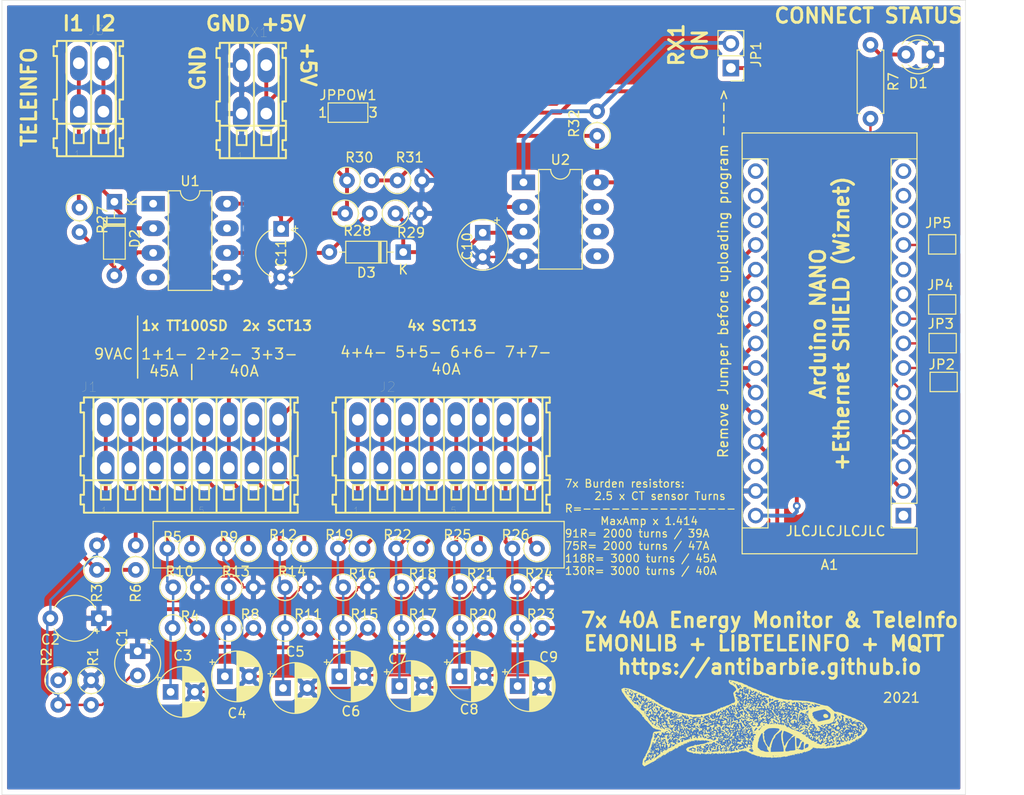
<source format=kicad_pcb>
(kicad_pcb (version 20171130) (host pcbnew 5.1.8-db9833491~88~ubuntu18.04.1)
  (layers (0 F.Cu signal) (31 B.Cu signal) (34 B.Paste user) (35 F.Paste user) (36 B.SilkS user) (37 F.SilkS user) (38 B.Mask user) (39 F.Mask user) (44 Edge.Cuts user))
  (net 0 "")
  (net 1 Earth)
  (net 2 "Net-(A1-Pad6)")
  (net 3 "Net-(A1-Pad7)")
  (net 4 "Net-(A1-Pad8)")
  (net 5 "Net-(A1-Pad9)")
  (net 6 +5V)
  (net 7 "Net-(A1-Pad12)")
  (net 8 "Net-(D1-Pad2)")
  (net 9 "Net-(A1-Pad30)")
  (net 10 A7)
  (net 11 A6)
  (net 12 A5)
  (net 13 A4)
  (net 14 A3)
  (net 15 A2)
  (net 16 A1)
  (net 17 A0)
  (net 18 "Net-(A1-Pad2)")
  (net 19 "Net-(C1-Pad2)")
  (net 20 "Net-(C3-Pad1)")
  (net 21 "Net-(C4-Pad1)")
  (net 22 "Net-(C5-Pad1)")
  (net 23 "Net-(C6-Pad1)")
  (net 24 "Net-(C7-Pad1)")
  (net 25 "Net-(C8-Pad1)")
  (net 26 "Net-(C9-Pad1)")
  (net 27 "Net-(C10-Pad1)")
  (net 28 "Net-(D2-Pad2)")
  (net 29 "Net-(D2-Pad1)")
  (net 30 "Net-(D3-Pad2)")
  (net 31 RX2)
  (net 32 "Net-(JPPOW1-Pad2)")
  (net 33 "Net-(R30-Pad2)")
  (net 34 "Net-(J1-PadA2)")
  (net 35 "Net-(J3-PadA1)")
  (module _Extra_footprints:shark (layer F.Cu) (at 195 134.8)
    (fp_text reference G*** hide)
    (fp_text value LOGO hide)
  )
  (module Diode_THT:D_DO-35_SOD27_P7.62mm_Horizontal (layer F.Cu) (at 130 81 270)
    (fp_text reference D2 (at 3.81 -2.12 90) (layer F.SilkS))
    (fp_text value 1N4148)
    (fp_text user K (at 0 -1.8 90) (layer F.SilkS))
    (pad 2 thru_hole oval (at 7.62 0 270) (size 1.6 1.6) (drill 0.8) (layers *.Cu *.Mask) (net 28 "Net-(D2-Pad2)"))
    (pad 1 thru_hole rect (at 0 0 270) (size 1.6 1.6) (drill 0.8) (layers *.Cu *.Mask) (net 29 "Net-(D2-Pad1)"))
  )
  (module Capacitor_THT:CP_Radial_D5.0mm_P2.50mm (layer F.Cu) (at 171.6 131)
    (fp_text reference C9 (at 3.2 -3) (layer F.SilkS))
    (fp_text value 10µF)
    (pad 2 thru_hole circle (at 2.5 0) (size 1.6 1.6) (drill 0.8) (layers *.Cu *.Mask) (net 1 Earth))
    (pad 1 thru_hole rect (at 0 0) (size 1.6 1.6) (drill 0.8) (layers *.Cu *.Mask) (net 26 "Net-(C9-Pad1)"))
  )
  (module Capacitor_THT:CP_Radial_D5.0mm_P2.50mm (layer F.Cu) (at 165.6 130)
    (fp_text reference C8 (at 1 3.4) (layer F.SilkS))
    (fp_text value 10µF)
    (pad 2 thru_hole circle (at 2.5 0) (size 1.6 1.6) (drill 0.8) (layers *.Cu *.Mask) (net 1 Earth))
    (pad 1 thru_hole rect (at 0 0) (size 1.6 1.6) (drill 0.8) (layers *.Cu *.Mask) (net 25 "Net-(C8-Pad1)"))
  )
  (module Capacitor_THT:CP_Radial_D5.0mm_P2.50mm (layer F.Cu) (at 159.4 131)
    (fp_text reference C7 (at -0.2 -2.8) (layer F.SilkS))
    (fp_text value 10µF)
    (pad 2 thru_hole circle (at 2.5 0) (size 1.6 1.6) (drill 0.8) (layers *.Cu *.Mask) (net 1 Earth))
    (pad 1 thru_hole rect (at 0 0) (size 1.6 1.6) (drill 0.8) (layers *.Cu *.Mask) (net 24 "Net-(C7-Pad1)"))
  )
  (module Capacitor_THT:CP_Radial_D5.0mm_P2.50mm (layer F.Cu) (at 153.2 130)
    (fp_text reference C6 (at 1.2 3.6) (layer F.SilkS))
    (fp_text value 10µF)
    (pad 2 thru_hole circle (at 2.5 0) (size 1.6 1.6) (drill 0.8) (layers *.Cu *.Mask) (net 1 Earth))
    (pad 1 thru_hole rect (at 0 0) (size 1.6 1.6) (drill 0.8) (layers *.Cu *.Mask) (net 23 "Net-(C6-Pad1)"))
  )
  (module Capacitor_THT:CP_Radial_D5.0mm_P2.50mm (layer F.Cu) (at 147.4 131.2)
    (fp_text reference C5 (at 1.25 -3.75) (layer F.SilkS))
    (fp_text value 10µF)
    (pad 2 thru_hole circle (at 2.5 0) (size 1.6 1.6) (drill 0.8) (layers *.Cu *.Mask) (net 1 Earth))
    (pad 1 thru_hole rect (at 0 0) (size 1.6 1.6) (drill 0.8) (layers *.Cu *.Mask) (net 22 "Net-(C5-Pad1)"))
  )
  (module Capacitor_THT:CP_Radial_D5.0mm_P2.50mm (layer F.Cu) (at 141.4 130)
    (fp_text reference C4 (at 1.25 3.8) (layer F.SilkS))
    (fp_text value 10µF)
    (pad 2 thru_hole circle (at 2.5 0) (size 1.6 1.6) (drill 0.8) (layers *.Cu *.Mask) (net 1 Earth))
    (pad 1 thru_hole rect (at 0 0) (size 1.6 1.6) (drill 0.8) (layers *.Cu *.Mask) (net 21 "Net-(C4-Pad1)"))
  )
  (module Capacitor_THT:CP_Radial_D5.0mm_P2.50mm (layer F.Cu) (at 135.8 131.6)
    (fp_text reference C3 (at 1.25 -3.75) (layer F.SilkS))
    (fp_text value 10µF)
    (pad 2 thru_hole circle (at 2.5 0) (size 1.6 1.6) (drill 0.8) (layers *.Cu *.Mask) (net 1 Earth))
    (pad 1 thru_hole rect (at 0 0) (size 1.6 1.6) (drill 0.8) (layers *.Cu *.Mask) (net 20 "Net-(C3-Pad1)"))
  )
  (module Diode_THT:D_DO-35_SOD27_P7.62mm_Horizontal (layer F.Cu) (at 159.8 86.2 180)
    (fp_text reference D3 (at 3.81 -2.12) (layer F.SilkS))
    (fp_text value 1N4148)
    (fp_text user K (at 0 -1.8) (layer F.SilkS))
    (pad 2 thru_hole oval (at 7.62 0 180) (size 1.6 1.6) (drill 0.8) (layers *.Cu *.Mask) (net 30 "Net-(D3-Pad2)"))
    (pad 1 thru_hole rect (at 0 0 180) (size 1.6 1.6) (drill 0.8) (layers *.Cu *.Mask) (net 27 "Net-(C10-Pad1)"))
  )
  (module _Extra_footprints:233-502 (layer F.Cu) (at 144.4 69.4)
    (fp_text reference X1 (at 0.535 -5.885) (layer F.SilkS) (effects (font (thickness 0.015))))
    (fp_text value "0V - 5V")
    (fp_text user 1 (at -1.42 6.85) (layer F.SilkS) (effects (font (size 0.64 0.64) (thickness 0.015))))
    (pad B2 thru_hole oval (at 1.27 2.5) (size 1.8 3.6) (drill 1.2) (layers *.Cu *.Mask) (net 32 "Net-(JPPOW1-Pad2)"))
    (pad A2 thru_hole oval (at 1.27 -2.5) (size 1.8 3.6) (drill 1.2) (layers *.Cu *.Mask) (net 32 "Net-(JPPOW1-Pad2)"))
    (pad B1 thru_hole oval (at -1.27 2.5) (size 1.8 3.6) (drill 1.2) (layers *.Cu *.Mask) (net 1 Earth))
    (pad A1 thru_hole oval (at -1.27 -2.5) (size 1.8 3.6) (drill 1.2) (layers *.Cu *.Mask) (net 1 Earth))
  )
  (module Package_DIP:DIP-8_W7.62mm_LongPads (layer F.Cu) (at 172.2 79)
    (fp_text reference U2 (at 3.81 -2.33) (layer F.SilkS))
    (fp_text value LM293P)
    (pad 8 thru_hole oval (at 7.62 0) (size 2.4 1.6) (drill 0.8) (layers *.Cu *.Mask) (net 6 +5V))
    (pad 4 thru_hole oval (at 0 7.62) (size 2.4 1.6) (drill 0.8) (layers *.Cu *.Mask) (net 1 Earth))
    (pad 7 thru_hole oval (at 7.62 2.54) (size 2.4 1.6) (drill 0.8) (layers *.Cu *.Mask))
    (pad 3 thru_hole oval (at 0 5.08) (size 2.4 1.6) (drill 0.8) (layers *.Cu *.Mask) (net 27 "Net-(C10-Pad1)"))
    (pad 6 thru_hole oval (at 7.62 5.08) (size 2.4 1.6) (drill 0.8) (layers *.Cu *.Mask))
    (pad 2 thru_hole oval (at 0 2.54) (size 2.4 1.6) (drill 0.8) (layers *.Cu *.Mask) (net 33 "Net-(R30-Pad2)"))
    (pad 5 thru_hole oval (at 7.62 7.62) (size 2.4 1.6) (drill 0.8) (layers *.Cu *.Mask))
    (pad 1 thru_hole rect (at 0 0) (size 2.4 1.6) (drill 0.8) (layers *.Cu *.Mask) (net 31 RX2))
  )
  (module Package_DIP:DIP-8_W7.62mm_LongPads (layer F.Cu) (at 134 81.2)
    (fp_text reference U1 (at 3.81 -2.33) (layer F.SilkS))
    (fp_text value 6N138)
    (pad 8 thru_hole oval (at 7.62 0) (size 2.4 1.6) (drill 0.8) (layers *.Cu *.Mask) (net 6 +5V))
    (pad 4 thru_hole oval (at 0 7.62) (size 2.4 1.6) (drill 0.8) (layers *.Cu *.Mask))
    (pad 7 thru_hole oval (at 7.62 2.54) (size 2.4 1.6) (drill 0.8) (layers *.Cu *.Mask))
    (pad 3 thru_hole oval (at 0 5.08) (size 2.4 1.6) (drill 0.8) (layers *.Cu *.Mask) (net 28 "Net-(D2-Pad2)"))
    (pad 6 thru_hole oval (at 7.62 5.08) (size 2.4 1.6) (drill 0.8) (layers *.Cu *.Mask) (net 30 "Net-(D3-Pad2)"))
    (pad 2 thru_hole oval (at 0 2.54) (size 2.4 1.6) (drill 0.8) (layers *.Cu *.Mask) (net 29 "Net-(D2-Pad1)"))
    (pad 5 thru_hole oval (at 7.62 7.62) (size 2.4 1.6) (drill 0.8) (layers *.Cu *.Mask) (net 1 Earth))
    (pad 1 thru_hole rect (at 0 0) (size 2.4 1.6) (drill 0.8) (layers *.Cu *.Mask))
  )
  (module Resistor_THT:R_Axial_DIN0207_L6.3mm_D2.5mm_P2.54mm_Vertical (layer F.Cu) (at 179.8 74.2 90)
    (fp_text reference R32 (at 1.27 -2.37 90) (layer F.SilkS))
    (fp_text value 10k)
    (pad 2 thru_hole oval (at 2.54 0 90) (size 1.6 1.6) (drill 0.8) (layers *.Cu *.Mask) (net 31 RX2))
    (pad 1 thru_hole circle (at 0 0 90) (size 1.6 1.6) (drill 0.8) (layers *.Cu *.Mask) (net 6 +5V))
  )
  (module Resistor_THT:R_Axial_DIN0207_L6.3mm_D2.5mm_P2.54mm_Vertical (layer F.Cu) (at 159.2 78.8)
    (fp_text reference R31 (at 1.27 -2.37) (layer F.SilkS))
    (fp_text value 10k)
    (pad 2 thru_hole oval (at 2.54 0) (size 1.6 1.6) (drill 0.8) (layers *.Cu *.Mask) (net 1 Earth))
    (pad 1 thru_hole circle (at 0 0) (size 1.6 1.6) (drill 0.8) (layers *.Cu *.Mask) (net 33 "Net-(R30-Pad2)"))
  )
  (module Resistor_THT:R_Axial_DIN0207_L6.3mm_D2.5mm_P2.54mm_Vertical (layer F.Cu) (at 154 78.8)
    (fp_text reference R30 (at 1.27 -2.37) (layer F.SilkS))
    (fp_text value 22k)
    (pad 2 thru_hole oval (at 2.54 0) (size 1.6 1.6) (drill 0.8) (layers *.Cu *.Mask) (net 33 "Net-(R30-Pad2)"))
    (pad 1 thru_hole circle (at 0 0) (size 1.6 1.6) (drill 0.8) (layers *.Cu *.Mask) (net 6 +5V))
  )
  (module Resistor_THT:R_Axial_DIN0207_L6.3mm_D2.5mm_P2.54mm_Vertical (layer F.Cu) (at 159 82.2)
    (fp_text reference R29 (at 1.6 2) (layer F.SilkS))
    (fp_text value 2k)
    (pad 2 thru_hole oval (at 2.54 0) (size 1.6 1.6) (drill 0.8) (layers *.Cu *.Mask) (net 1 Earth))
    (pad 1 thru_hole circle (at 0 0) (size 1.6 1.6) (drill 0.8) (layers *.Cu *.Mask) (net 27 "Net-(C10-Pad1)"))
  )
  (module Resistor_THT:R_Axial_DIN0207_L6.3mm_D2.5mm_P2.54mm_Vertical (layer F.Cu) (at 153.8 82.2)
    (fp_text reference R28 (at 1.27 1.8) (layer F.SilkS))
    (fp_text value 1k)
    (pad 2 thru_hole oval (at 2.54 0) (size 1.6 1.6) (drill 0.8) (layers *.Cu *.Mask) (net 30 "Net-(D3-Pad2)"))
    (pad 1 thru_hole circle (at 0 0) (size 1.6 1.6) (drill 0.8) (layers *.Cu *.Mask) (net 6 +5V))
  )
  (module Resistor_THT:R_Axial_DIN0207_L6.3mm_D2.5mm_P2.54mm_Vertical (layer F.Cu) (at 126.4 81.6 270)
    (fp_text reference R27 (at 1.27 -2.37 90) (layer F.SilkS))
    (fp_text value 2k)
    (pad 2 thru_hole oval (at 2.54 0 270) (size 1.6 1.6) (drill 0.8) (layers *.Cu *.Mask) (net 28 "Net-(D2-Pad2)"))
    (pad 1 thru_hole circle (at 0 0 270) (size 1.6 1.6) (drill 0.8) (layers *.Cu *.Mask) (net 35 "Net-(J3-PadA1)"))
  )
  (module Resistor_THT:R_Axial_DIN0207_L6.3mm_D2.5mm_P2.54mm_Vertical (layer F.Cu) (at 173.6 116.8 180)
    (fp_text reference R26 (at 2.2 1.4) (layer F.SilkS))
    (fp_text value 91R)
    (pad 2 thru_hole oval (at 2.54 0 180) (size 1.6 1.6) (drill 0.8) (layers *.Cu *.Mask) (net 26 "Net-(C9-Pad1)"))
    (pad 1 thru_hole circle (at 0 0 180) (size 1.6 1.6) (drill 0.8) (layers *.Cu *.Mask) (net 10 A7))
  )
  (module Resistor_THT:R_Axial_DIN0207_L6.3mm_D2.5mm_P2.54mm_Vertical (layer F.Cu) (at 167.6 116.8 180)
    (fp_text reference R25 (at 2.2 1.4) (layer F.SilkS))
    (fp_text value 91R)
    (pad 2 thru_hole oval (at 2.54 0 180) (size 1.6 1.6) (drill 0.8) (layers *.Cu *.Mask) (net 25 "Net-(C8-Pad1)"))
    (pad 1 thru_hole circle (at 0 0 180) (size 1.6 1.6) (drill 0.8) (layers *.Cu *.Mask) (net 11 A6))
  )
  (module Resistor_THT:R_Axial_DIN0207_L6.3mm_D2.5mm_P2.54mm_Vertical (layer F.Cu) (at 171.6 120.8)
    (fp_text reference R24 (at 2.2 -1.4) (layer F.SilkS))
    (fp_text value 10k)
    (pad 2 thru_hole oval (at 2.54 0) (size 1.6 1.6) (drill 0.8) (layers *.Cu *.Mask) (net 1 Earth))
    (pad 1 thru_hole circle (at 0 0) (size 1.6 1.6) (drill 0.8) (layers *.Cu *.Mask) (net 26 "Net-(C9-Pad1)"))
  )
  (module Resistor_THT:R_Axial_DIN0207_L6.3mm_D2.5mm_P2.54mm_Vertical (layer F.Cu) (at 171.6 125)
    (fp_text reference R23 (at 2.4 -1.4) (layer F.SilkS))
    (fp_text value 10k)
    (pad 2 thru_hole oval (at 2.54 0) (size 1.6 1.6) (drill 0.8) (layers *.Cu *.Mask) (net 6 +5V))
    (pad 1 thru_hole circle (at 0 0) (size 1.6 1.6) (drill 0.8) (layers *.Cu *.Mask) (net 26 "Net-(C9-Pad1)"))
  )
  (module Resistor_THT:R_Axial_DIN0207_L6.3mm_D2.5mm_P2.54mm_Vertical (layer F.Cu) (at 161.6 116.8 180)
    (fp_text reference R22 (at 2.4 1.4) (layer F.SilkS))
    (fp_text value 91R)
    (pad 2 thru_hole oval (at 2.54 0 180) (size 1.6 1.6) (drill 0.8) (layers *.Cu *.Mask) (net 24 "Net-(C7-Pad1)"))
    (pad 1 thru_hole circle (at 0 0 180) (size 1.6 1.6) (drill 0.8) (layers *.Cu *.Mask) (net 12 A5))
  )
  (module Resistor_THT:R_Axial_DIN0207_L6.3mm_D2.5mm_P2.54mm_Vertical (layer F.Cu) (at 165.6 120.8)
    (fp_text reference R21 (at 2.2 -1.4) (layer F.SilkS))
    (fp_text value 10k)
    (pad 2 thru_hole oval (at 2.54 0) (size 1.6 1.6) (drill 0.8) (layers *.Cu *.Mask) (net 1 Earth))
    (pad 1 thru_hole circle (at 0 0) (size 1.6 1.6) (drill 0.8) (layers *.Cu *.Mask) (net 25 "Net-(C8-Pad1)"))
  )
  (module Resistor_THT:R_Axial_DIN0207_L6.3mm_D2.5mm_P2.54mm_Vertical (layer F.Cu) (at 165.66 125)
    (fp_text reference R20 (at 2.34 -1.4) (layer F.SilkS))
    (fp_text value 10k)
    (pad 2 thru_hole oval (at 2.54 0) (size 1.6 1.6) (drill 0.8) (layers *.Cu *.Mask) (net 6 +5V))
    (pad 1 thru_hole circle (at 0 0) (size 1.6 1.6) (drill 0.8) (layers *.Cu *.Mask) (net 25 "Net-(C8-Pad1)"))
  )
  (module Resistor_THT:R_Axial_DIN0207_L6.3mm_D2.5mm_P2.54mm_Vertical (layer F.Cu) (at 155.6 116.8 180)
    (fp_text reference R19 (at 2.4 1.4) (layer F.SilkS))
    (fp_text value 91R)
    (pad 2 thru_hole oval (at 2.54 0 180) (size 1.6 1.6) (drill 0.8) (layers *.Cu *.Mask) (net 23 "Net-(C6-Pad1)"))
    (pad 1 thru_hole circle (at 0 0 180) (size 1.6 1.6) (drill 0.8) (layers *.Cu *.Mask) (net 13 A4))
  )
  (module Resistor_THT:R_Axial_DIN0207_L6.3mm_D2.5mm_P2.54mm_Vertical (layer F.Cu) (at 159.6 120.8)
    (fp_text reference R18 (at 2.2 -1.4) (layer F.SilkS))
    (fp_text value 10k)
    (pad 2 thru_hole oval (at 2.54 0) (size 1.6 1.6) (drill 0.8) (layers *.Cu *.Mask) (net 1 Earth))
    (pad 1 thru_hole circle (at 0 0) (size 1.6 1.6) (drill 0.8) (layers *.Cu *.Mask) (net 24 "Net-(C7-Pad1)"))
  )
  (module Resistor_THT:R_Axial_DIN0207_L6.3mm_D2.5mm_P2.54mm_Vertical (layer F.Cu) (at 159.6 125)
    (fp_text reference R17 (at 2.2 -1.4) (layer F.SilkS))
    (fp_text value 10k)
    (pad 2 thru_hole oval (at 2.54 0) (size 1.6 1.6) (drill 0.8) (layers *.Cu *.Mask) (net 6 +5V))
    (pad 1 thru_hole circle (at 0 0) (size 1.6 1.6) (drill 0.8) (layers *.Cu *.Mask) (net 24 "Net-(C7-Pad1)"))
  )
  (module Resistor_THT:R_Axial_DIN0207_L6.3mm_D2.5mm_P2.54mm_Vertical (layer F.Cu) (at 153.6 120.8)
    (fp_text reference R16 (at 2 -1.4) (layer F.SilkS))
    (fp_text value 10k)
    (pad 2 thru_hole oval (at 2.54 0) (size 1.6 1.6) (drill 0.8) (layers *.Cu *.Mask) (net 1 Earth))
    (pad 1 thru_hole circle (at 0 0) (size 1.6 1.6) (drill 0.8) (layers *.Cu *.Mask) (net 23 "Net-(C6-Pad1)"))
  )
  (module Resistor_THT:R_Axial_DIN0207_L6.3mm_D2.5mm_P2.54mm_Vertical (layer F.Cu) (at 153.6 125)
    (fp_text reference R15 (at 2.2 -1.4) (layer F.SilkS))
    (fp_text value 10k)
    (pad 2 thru_hole oval (at 2.54 0) (size 1.6 1.6) (drill 0.8) (layers *.Cu *.Mask) (net 6 +5V))
    (pad 1 thru_hole circle (at 0 0) (size 1.6 1.6) (drill 0.8) (layers *.Cu *.Mask) (net 23 "Net-(C6-Pad1)"))
  )
  (module Resistor_THT:R_Axial_DIN0207_L6.3mm_D2.5mm_P2.54mm_Vertical (layer F.Cu) (at 149.6 116.8 180)
    (fp_text reference R14 (at 1.27 -2.37) (layer F.SilkS))
    (fp_text value 91R)
    (pad 2 thru_hole oval (at 2.54 0 180) (size 1.6 1.6) (drill 0.8) (layers *.Cu *.Mask) (net 22 "Net-(C5-Pad1)"))
    (pad 1 thru_hole circle (at 0 0 180) (size 1.6 1.6) (drill 0.8) (layers *.Cu *.Mask) (net 14 A3))
  )
  (module Resistor_THT:R_Axial_DIN0207_L6.3mm_D2.5mm_P2.54mm_Vertical (layer F.Cu) (at 143.8 116.8 180)
    (fp_text reference R13 (at 1.27 -2.37) (layer F.SilkS))
    (fp_text value 91R)
    (pad 2 thru_hole oval (at 2.54 0 180) (size 1.6 1.6) (drill 0.8) (layers *.Cu *.Mask) (net 21 "Net-(C4-Pad1)"))
    (pad 1 thru_hole circle (at 0 0 180) (size 1.6 1.6) (drill 0.8) (layers *.Cu *.Mask) (net 15 A2))
  )
  (module Resistor_THT:R_Axial_DIN0207_L6.3mm_D2.5mm_P2.54mm_Vertical (layer F.Cu) (at 147.6 120.8)
    (fp_text reference R12 (at -0.2 -5.4) (layer F.SilkS))
    (fp_text value 10k)
    (pad 2 thru_hole oval (at 2.54 0) (size 1.6 1.6) (drill 0.8) (layers *.Cu *.Mask) (net 1 Earth))
    (pad 1 thru_hole circle (at 0 0) (size 1.6 1.6) (drill 0.8) (layers *.Cu *.Mask) (net 22 "Net-(C5-Pad1)"))
  )
  (module Resistor_THT:R_Axial_DIN0207_L6.3mm_D2.5mm_P2.54mm_Vertical (layer F.Cu) (at 147.6 125)
    (fp_text reference R11 (at 2.4 -1.4) (layer F.SilkS))
    (fp_text value 10k)
    (pad 2 thru_hole oval (at 2.54 0) (size 1.6 1.6) (drill 0.8) (layers *.Cu *.Mask) (net 6 +5V))
    (pad 1 thru_hole circle (at 0 0) (size 1.6 1.6) (drill 0.8) (layers *.Cu *.Mask) (net 22 "Net-(C5-Pad1)"))
  )
  (module Resistor_THT:R_Axial_DIN0207_L6.3mm_D2.5mm_P2.54mm_Vertical (layer F.Cu) (at 138 116.8 180)
    (fp_text reference R10 (at 1.27 -2.37) (layer F.SilkS))
    (fp_text value 118R)
    (pad 2 thru_hole oval (at 2.54 0 180) (size 1.6 1.6) (drill 0.8) (layers *.Cu *.Mask) (net 20 "Net-(C3-Pad1)"))
    (pad 1 thru_hole circle (at 0 0 180) (size 1.6 1.6) (drill 0.8) (layers *.Cu *.Mask) (net 16 A1))
  )
  (module Resistor_THT:R_Axial_DIN0207_L6.3mm_D2.5mm_P2.54mm_Vertical (layer F.Cu) (at 141.8 120.8)
    (fp_text reference R9 (at 0 -5.2) (layer F.SilkS))
    (fp_text value 10k)
    (pad 2 thru_hole oval (at 2.54 0) (size 1.6 1.6) (drill 0.8) (layers *.Cu *.Mask) (net 1 Earth))
    (pad 1 thru_hole circle (at 0 0) (size 1.6 1.6) (drill 0.8) (layers *.Cu *.Mask) (net 21 "Net-(C4-Pad1)"))
  )
  (module Resistor_THT:R_Axial_DIN0207_L6.3mm_D2.5mm_P2.54mm_Vertical (layer F.Cu) (at 141.8 125)
    (fp_text reference R8 (at 2.2 -1.4) (layer F.SilkS))
    (fp_text value 10k)
    (pad 2 thru_hole oval (at 2.54 0) (size 1.6 1.6) (drill 0.8) (layers *.Cu *.Mask) (net 6 +5V))
    (pad 1 thru_hole circle (at 0 0) (size 1.6 1.6) (drill 0.8) (layers *.Cu *.Mask) (net 21 "Net-(C4-Pad1)"))
  )
  (module Resistor_THT:R_Axial_DIN0207_L6.3mm_D2.5mm_P7.62mm_Horizontal (layer F.Cu) (at 208 64.8 270)
    (fp_text reference R7 (at 3.81 -2.37 90) (layer F.SilkS))
    (fp_text value 600R)
    (pad 2 thru_hole oval (at 7.62 0 270) (size 1.6 1.6) (drill 0.8) (layers *.Cu *.Mask) (net 2 "Net-(A1-Pad6)"))
    (pad 1 thru_hole circle (at 0 0 270) (size 1.6 1.6) (drill 0.8) (layers *.Cu *.Mask) (net 8 "Net-(D1-Pad2)"))
  )
  (module Resistor_THT:R_Axial_DIN0207_L6.3mm_D2.5mm_P2.54mm_Vertical (layer F.Cu) (at 132.2 119 90)
    (fp_text reference R6 (at -2.4 0 90) (layer F.SilkS))
    (fp_text value 10k)
    (pad 2 thru_hole oval (at 2.54 0 90) (size 1.6 1.6) (drill 0.8) (layers *.Cu *.Mask) (net 34 "Net-(J1-PadA2)"))
    (pad 1 thru_hole circle (at 0 0 90) (size 1.6 1.6) (drill 0.8) (layers *.Cu *.Mask) (net 17 A0))
  )
  (module Resistor_THT:R_Axial_DIN0207_L6.3mm_D2.5mm_P2.54mm_Vertical (layer F.Cu) (at 136.06 120.8)
    (fp_text reference R5 (at -0.06 -5.2) (layer F.SilkS))
    (fp_text value 10k)
    (pad 2 thru_hole oval (at 2.54 0) (size 1.6 1.6) (drill 0.8) (layers *.Cu *.Mask) (net 1 Earth))
    (pad 1 thru_hole circle (at 0 0) (size 1.6 1.6) (drill 0.8) (layers *.Cu *.Mask) (net 20 "Net-(C3-Pad1)"))
  )
  (module Resistor_THT:R_Axial_DIN0207_L6.3mm_D2.5mm_P2.54mm_Vertical (layer F.Cu) (at 136 125)
    (fp_text reference R4 (at 1.8 -1.2) (layer F.SilkS))
    (fp_text value 10k)
    (pad 2 thru_hole oval (at 2.54 0) (size 1.6 1.6) (drill 0.8) (layers *.Cu *.Mask) (net 6 +5V))
    (pad 1 thru_hole circle (at 0 0) (size 1.6 1.6) (drill 0.8) (layers *.Cu *.Mask) (net 20 "Net-(C3-Pad1)"))
  )
  (module Resistor_THT:R_Axial_DIN0207_L6.3mm_D2.5mm_P2.54mm_Vertical (layer F.Cu) (at 128.2 119 90)
    (fp_text reference R3 (at -2.4 0 90) (layer F.SilkS))
    (fp_text value 15,4k)
    (pad 2 thru_hole oval (at 2.54 0 90) (size 1.6 1.6) (drill 0.8) (layers *.Cu *.Mask) (net 19 "Net-(C1-Pad2)"))
    (pad 1 thru_hole circle (at 0 0 90) (size 1.6 1.6) (drill 0.8) (layers *.Cu *.Mask) (net 17 A0))
  )
  (module Resistor_THT:R_Axial_DIN0207_L6.3mm_D2.5mm_P2.54mm_Vertical (layer F.Cu) (at 124.2 130.4 270)
    (fp_text reference R2 (at -2.4 1.2 90) (layer F.SilkS))
    (fp_text value 470k)
    (pad 2 thru_hole oval (at 2.54 0 270) (size 1.6 1.6) (drill 0.8) (layers *.Cu *.Mask) (net 19 "Net-(C1-Pad2)"))
    (pad 1 thru_hole circle (at 0 0 270) (size 1.6 1.6) (drill 0.8) (layers *.Cu *.Mask) (net 6 +5V))
  )
  (module Resistor_THT:R_Axial_DIN0207_L6.3mm_D2.5mm_P2.54mm_Vertical (layer F.Cu) (at 127.6 130.4 270)
    (fp_text reference R1 (at -2.4 -0.2 90) (layer F.SilkS))
    (fp_text value 470k)
    (pad 2 thru_hole oval (at 2.54 0 270) (size 1.6 1.6) (drill 0.8) (layers *.Cu *.Mask) (net 19 "Net-(C1-Pad2)"))
    (pad 1 thru_hole circle (at 0 0 270) (size 1.6 1.6) (drill 0.8) (layers *.Cu *.Mask) (net 1 Earth))
  )
  (module Jumper:SolderJumper-3_P1.3mm_Bridged2Bar12_Pad1.0x1.5mm_NumberLabels (layer F.Cu) (at 154.1 71.8)
    (fp_text reference JPPOW1 (at 0 -1.8) (layer F.SilkS))
    (fp_text value SolderJumper_3_Bridged12)
    (fp_poly (pts (xy -0.9 0.2) (xy -0.4 0.2) (xy -0.4 0.6) (xy -0.9 0.6)) (layer F.Cu) (width 0))
    (fp_poly (pts (xy -0.9 -0.6) (xy -0.4 -0.6) (xy -0.4 -0.2) (xy -0.9 -0.2)) (layer F.Cu) (width 0))
    (fp_text user 1 (at -2.6 0) (layer F.SilkS))
    (fp_text user 3 (at 2.6 0) (layer F.SilkS))
    (pad 2 smd rect (at 0 0) (size 1 1.5) (layers F.Cu F.Mask) (net 32 "Net-(JPPOW1-Pad2)"))
    (pad 3 smd rect (at 1.3 0) (size 1 1.5) (layers F.Cu F.Mask) (net 9 "Net-(A1-Pad30)"))
    (pad 1 smd rect (at -1.3 0) (size 1 1.5) (layers F.Cu F.Mask) (net 6 +5V))
  )
  (module Jumper:SolderJumper-2_P1.3mm_Open_Pad1.0x1.5mm (layer F.Cu) (at 215.4 85.4)
    (fp_text reference JP5 (at -0.4 -2.2) (layer F.SilkS))
    (fp_text value SolderJumper_2_Open)
    (pad 1 smd rect (at -0.65 0) (size 1 1.5) (layers F.Cu F.Mask) (net 7 "Net-(A1-Pad12)"))
    (pad 2 smd rect (at 0.65 0) (size 1 1.5) (layers F.Cu F.Mask) (net 1 Earth))
  )
  (module Jumper:SolderJumper-2_P1.3mm_Open_Pad1.0x1.5mm (layer F.Cu) (at 215.4 91.6)
    (fp_text reference JP4 (at -0.2 -2) (layer F.SilkS))
    (fp_text value SolderJumper_2_Open)
    (pad 1 smd rect (at -0.65 0) (size 1 1.5) (layers F.Cu F.Mask) (net 5 "Net-(A1-Pad9)"))
    (pad 2 smd rect (at 0.65 0) (size 1 1.5) (layers F.Cu F.Mask) (net 1 Earth))
  )
  (module Jumper:SolderJumper-2_P1.3mm_Open_Pad1.0x1.5mm (layer F.Cu) (at 215.45 95.6)
    (fp_text reference JP3 (at -0.2 -2) (layer F.SilkS))
    (fp_text value SolderJumper_2_Open)
    (pad 1 smd rect (at -0.65 0) (size 1 1.5) (layers F.Cu F.Mask) (net 4 "Net-(A1-Pad8)"))
    (pad 2 smd rect (at 0.65 0) (size 1 1.5) (layers F.Cu F.Mask) (net 1 Earth))
  )
  (module Jumper:SolderJumper-2_P1.3mm_Open_Pad1.0x1.5mm (layer F.Cu) (at 215.55 99.6)
    (fp_text reference JP2 (at -0.2 -1.8) (layer F.SilkS))
    (fp_text value SolderJumper_2_Open)
    (pad 1 smd rect (at -0.65 0) (size 1 1.5) (layers F.Cu F.Mask) (net 3 "Net-(A1-Pad7)"))
    (pad 2 smd rect (at 0.65 0) (size 1 1.5) (layers F.Cu F.Mask) (net 1 Earth))
  )
  (module Connector_PinHeader_2.54mm:PinHeader_1x02_P2.54mm_Vertical (layer F.Cu) (at 193.6 67.2 180)
    (fp_text reference JP1 (at -2.6 1.4 270) (layer F.SilkS))
    (fp_text value "RX ON")
    (pad 2 thru_hole oval (at 0 2.54 180) (size 1.7 1.7) (drill 1) (layers *.Cu *.Mask) (net 31 RX2))
    (pad 1 thru_hole rect (at 0 0 180) (size 1.7 1.7) (drill 1) (layers *.Cu *.Mask) (net 18 "Net-(A1-Pad2)"))
  )
  (module _Extra_footprints:233-502 (layer F.Cu) (at 127.6 69.2)
    (fp_text reference J3 (at 0.535 -5.885) (layer F.SilkS) (effects (font (thickness 0.015))))
    (fp_text value TELEINFO)
    (fp_text user 1 (at -1.42 6.85) (layer F.SilkS) (effects (font (size 0.64 0.64) (thickness 0.015))))
    (pad B2 thru_hole oval (at 1.27 2.5) (size 1.8 3.6) (drill 1.2) (layers *.Cu *.Mask) (net 29 "Net-(D2-Pad1)"))
    (pad A2 thru_hole oval (at 1.27 -2.5) (size 1.8 3.6) (drill 1.2) (layers *.Cu *.Mask) (net 29 "Net-(D2-Pad1)"))
    (pad B1 thru_hole oval (at -1.27 2.5) (size 1.8 3.6) (drill 1.2) (layers *.Cu *.Mask) (net 35 "Net-(J3-PadA1)"))
    (pad A1 thru_hole oval (at -1.27 -2.5) (size 1.8 3.6) (drill 1.2) (layers *.Cu *.Mask) (net 35 "Net-(J3-PadA1)"))
  )
  (module _Extra_footprints:233-508 (layer F.Cu) (at 164 106)
    (fp_text reference J2 (at -5.815 -5.885) (layer F.SilkS) (effects (font (thickness 0.015))))
    (fp_text value "IN 4..7")
    (fp_text user 5 (at 0.993 6.85) (layer F.SilkS) (effects (font (size 0.64 0.64) (thickness 0.015))))
    (fp_text user 1 (at -9.04 6.85) (layer F.SilkS) (effects (font (size 0.64 0.64) (thickness 0.015))))
    (pad B8 thru_hole oval (at 8.89 2.5) (size 1.8 3.6) (drill 1.2) (layers *.Cu *.Mask) (net 10 A7))
    (pad A8 thru_hole oval (at 8.89 -2.5) (size 1.8 3.6) (drill 1.2) (layers *.Cu *.Mask) (net 10 A7))
    (pad B7 thru_hole oval (at 6.35 2.5) (size 1.8 3.6) (drill 1.2) (layers *.Cu *.Mask) (net 26 "Net-(C9-Pad1)"))
    (pad A7 thru_hole oval (at 6.35 -2.5) (size 1.8 3.6) (drill 1.2) (layers *.Cu *.Mask) (net 26 "Net-(C9-Pad1)"))
    (pad B6 thru_hole oval (at 3.81 2.5) (size 1.8 3.6) (drill 1.2) (layers *.Cu *.Mask) (net 11 A6))
    (pad A6 thru_hole oval (at 3.81 -2.5) (size 1.8 3.6) (drill 1.2) (layers *.Cu *.Mask) (net 11 A6))
    (pad B5 thru_hole oval (at 1.27 2.5) (size 1.8 3.6) (drill 1.2) (layers *.Cu *.Mask) (net 25 "Net-(C8-Pad1)"))
    (pad A5 thru_hole oval (at 1.27 -2.5) (size 1.8 3.6) (drill 1.2) (layers *.Cu *.Mask) (net 25 "Net-(C8-Pad1)"))
    (pad B4 thru_hole oval (at -1.27 2.5) (size 1.8 3.6) (drill 1.2) (layers *.Cu *.Mask) (net 12 A5))
    (pad A4 thru_hole oval (at -1.27 -2.5) (size 1.8 3.6) (drill 1.2) (layers *.Cu *.Mask) (net 12 A5))
    (pad B3 thru_hole oval (at -3.81 2.5) (size 1.8 3.6) (drill 1.2) (layers *.Cu *.Mask) (net 24 "Net-(C7-Pad1)"))
    (pad A3 thru_hole oval (at -3.81 -2.5) (size 1.8 3.6) (drill 1.2) (layers *.Cu *.Mask) (net 24 "Net-(C7-Pad1)"))
    (pad B2 thru_hole oval (at -6.35 2.5) (size 1.8 3.6) (drill 1.2) (layers *.Cu *.Mask) (net 13 A4))
    (pad A2 thru_hole oval (at -6.35 -2.5) (size 1.8 3.6) (drill 1.2) (layers *.Cu *.Mask) (net 13 A4))
    (pad B1 thru_hole oval (at -8.89 2.5) (size 1.8 3.6) (drill 1.2) (layers *.Cu *.Mask) (net 23 "Net-(C6-Pad1)"))
    (pad A1 thru_hole oval (at -8.89 -2.5) (size 1.8 3.6) (drill 1.2) (layers *.Cu *.Mask) (net 23 "Net-(C6-Pad1)"))
  )
  (module _Extra_footprints:233-508 (layer F.Cu) (at 138 106)
    (fp_text reference J1 (at -10.6 -5.885) (layer F.SilkS) (effects (font (thickness 0.015))))
    (fp_text value "+9V IN1..3")
    (fp_text user 5 (at 0.993 6.85) (layer F.SilkS) (effects (font (size 0.64 0.64) (thickness 0.015))))
    (fp_text user 1 (at -9.04 6.85) (layer F.SilkS) (effects (font (size 0.64 0.64) (thickness 0.015))))
    (pad B8 thru_hole oval (at 8.89 2.5) (size 1.8 3.6) (drill 1.2) (layers *.Cu *.Mask) (net 14 A3))
    (pad A8 thru_hole oval (at 8.89 -2.5) (size 1.8 3.6) (drill 1.2) (layers *.Cu *.Mask) (net 14 A3))
    (pad B7 thru_hole oval (at 6.35 2.5) (size 1.8 3.6) (drill 1.2) (layers *.Cu *.Mask) (net 22 "Net-(C5-Pad1)"))
    (pad A7 thru_hole oval (at 6.35 -2.5) (size 1.8 3.6) (drill 1.2) (layers *.Cu *.Mask) (net 22 "Net-(C5-Pad1)"))
    (pad B6 thru_hole oval (at 3.81 2.5) (size 1.8 3.6) (drill 1.2) (layers *.Cu *.Mask) (net 15 A2))
    (pad A6 thru_hole oval (at 3.81 -2.5) (size 1.8 3.6) (drill 1.2) (layers *.Cu *.Mask) (net 15 A2))
    (pad B5 thru_hole oval (at 1.27 2.5) (size 1.8 3.6) (drill 1.2) (layers *.Cu *.Mask) (net 21 "Net-(C4-Pad1)"))
    (pad A5 thru_hole oval (at 1.27 -2.5) (size 1.8 3.6) (drill 1.2) (layers *.Cu *.Mask) (net 21 "Net-(C4-Pad1)"))
    (pad B4 thru_hole oval (at -1.27 2.5) (size 1.8 3.6) (drill 1.2) (layers *.Cu *.Mask) (net 16 A1))
    (pad A4 thru_hole oval (at -1.27 -2.5) (size 1.8 3.6) (drill 1.2) (layers *.Cu *.Mask) (net 16 A1))
    (pad B3 thru_hole oval (at -3.81 2.5) (size 1.8 3.6) (drill 1.2) (layers *.Cu *.Mask) (net 20 "Net-(C3-Pad1)"))
    (pad A3 thru_hole oval (at -3.81 -2.5) (size 1.8 3.6) (drill 1.2) (layers *.Cu *.Mask) (net 20 "Net-(C3-Pad1)"))
    (pad B2 thru_hole oval (at -6.35 2.5) (size 1.8 3.6) (drill 1.2) (layers *.Cu *.Mask) (net 34 "Net-(J1-PadA2)"))
    (pad A2 thru_hole oval (at -6.35 -2.5) (size 1.8 3.6) (drill 1.2) (layers *.Cu *.Mask) (net 34 "Net-(J1-PadA2)"))
    (pad B1 thru_hole oval (at -8.89 2.5) (size 1.8 3.6) (drill 1.2) (layers *.Cu *.Mask) (net 19 "Net-(C1-Pad2)"))
    (pad A1 thru_hole oval (at -8.89 -2.5) (size 1.8 3.6) (drill 1.2) (layers *.Cu *.Mask) (net 19 "Net-(C1-Pad2)"))
  )
  (module LED_THT:LED_D3.0mm (layer F.Cu) (at 214.2 65.8 180)
    (fp_text reference D1 (at 1.27 -2.96) (layer F.SilkS))
    (fp_text value "CNX LED")
    (pad 2 thru_hole circle (at 2.54 0 180) (size 1.8 1.8) (drill 0.9) (layers *.Cu *.Mask) (net 8 "Net-(D1-Pad2)"))
    (pad 1 thru_hole rect (at 0 0 180) (size 1.8 1.8) (drill 0.9) (layers *.Cu *.Mask) (net 1 Earth))
  )
  (module Capacitor_THT:CP_Radial_Tantal_D5.0mm_P5.00mm (layer F.Cu) (at 147.2 83.8 270)
    (fp_text reference C11 (at 2.5 0 90) (layer F.SilkS))
    (fp_text value 10µ)
    (pad 2 thru_hole circle (at 5 0 270) (size 1.6 1.6) (drill 0.8) (layers *.Cu *.Mask) (net 1 Earth))
    (pad 1 thru_hole rect (at 0 0 270) (size 1.6 1.6) (drill 0.8) (layers *.Cu *.Mask) (net 6 +5V))
  )
  (module Capacitor_THT:CP_Radial_Tantal_D5.0mm_P2.50mm (layer F.Cu) (at 168 84.2 270)
    (fp_text reference C10 (at 1.4 1.6 90) (layer F.SilkS))
    (fp_text value 0.01µ)
    (pad 2 thru_hole circle (at 2.5 0 270) (size 1.6 1.6) (drill 0.8) (layers *.Cu *.Mask) (net 1 Earth))
    (pad 1 thru_hole rect (at 0 0 270) (size 1.6 1.6) (drill 0.8) (layers *.Cu *.Mask) (net 27 "Net-(C10-Pad1)"))
  )
  (module Capacitor_THT:CP_Radial_Tantal_D4.5mm_P5.00mm (layer F.Cu) (at 128.4 124 180)
    (fp_text reference C2 (at 5 -2.2) (layer F.SilkS))
    (fp_text value 10µ)
    (pad 2 thru_hole circle (at 5 0 180) (size 1.6 1.6) (drill 0.8) (layers *.Cu *.Mask) (net 19 "Net-(C1-Pad2)"))
    (pad 1 thru_hole rect (at 0 0 180) (size 1.6 1.6) (drill 0.8) (layers *.Cu *.Mask) (net 1 Earth))
  )
  (module Capacitor_THT:CP_Radial_Tantal_D4.5mm_P2.50mm (layer F.Cu) (at 132.4 127.4 270)
    (fp_text reference C1 (at -1.4 1.6 90) (layer F.SilkS))
    (fp_text value 0.1µ)
    (pad 2 thru_hole circle (at 2.5 0 270) (size 1.6 1.6) (drill 0.8) (layers *.Cu *.Mask) (net 19 "Net-(C1-Pad2)"))
    (pad 1 thru_hole rect (at 0 0 270) (size 1.6 1.6) (drill 0.8) (layers *.Cu *.Mask) (net 1 Earth))
  )
  (module Module:Arduino_Nano (layer F.Cu) (at 211.4 113.4 180)
    (fp_text reference A1 (at 7.62 -5.08) (layer F.SilkS))
    (fp_text value NANO)
    (pad 16 thru_hole oval (at 15.24 35.56 180) (size 1.6 1.6) (drill 1) (layers *.Cu *.Mask))
    (pad 15 thru_hole oval (at 0 35.56 180) (size 1.6 1.6) (drill 1) (layers *.Cu *.Mask))
    (pad 30 thru_hole oval (at 15.24 0 180) (size 1.6 1.6) (drill 1) (layers *.Cu *.Mask) (net 9 "Net-(A1-Pad30)"))
    (pad 14 thru_hole oval (at 0 33.02 180) (size 1.6 1.6) (drill 1) (layers *.Cu *.Mask))
    (pad 29 thru_hole oval (at 15.24 2.54 180) (size 1.6 1.6) (drill 1) (layers *.Cu *.Mask) (net 1 Earth))
    (pad 13 thru_hole oval (at 0 30.48 180) (size 1.6 1.6) (drill 1) (layers *.Cu *.Mask))
    (pad 28 thru_hole oval (at 15.24 5.08 180) (size 1.6 1.6) (drill 1) (layers *.Cu *.Mask))
    (pad 12 thru_hole oval (at 0 27.94 180) (size 1.6 1.6) (drill 1) (layers *.Cu *.Mask) (net 7 "Net-(A1-Pad12)"))
    (pad 27 thru_hole oval (at 15.24 7.62 180) (size 1.6 1.6) (drill 1) (layers *.Cu *.Mask) (net 6 +5V))
    (pad 11 thru_hole oval (at 0 25.4 180) (size 1.6 1.6) (drill 1) (layers *.Cu *.Mask))
    (pad 26 thru_hole oval (at 15.24 10.16 180) (size 1.6 1.6) (drill 1) (layers *.Cu *.Mask) (net 10 A7))
    (pad 10 thru_hole oval (at 0 22.86 180) (size 1.6 1.6) (drill 1) (layers *.Cu *.Mask))
    (pad 25 thru_hole oval (at 15.24 12.7 180) (size 1.6 1.6) (drill 1) (layers *.Cu *.Mask) (net 11 A6))
    (pad 9 thru_hole oval (at 0 20.32 180) (size 1.6 1.6) (drill 1) (layers *.Cu *.Mask) (net 5 "Net-(A1-Pad9)"))
    (pad 24 thru_hole oval (at 15.24 15.24 180) (size 1.6 1.6) (drill 1) (layers *.Cu *.Mask) (net 12 A5))
    (pad 8 thru_hole oval (at 0 17.78 180) (size 1.6 1.6) (drill 1) (layers *.Cu *.Mask) (net 4 "Net-(A1-Pad8)"))
    (pad 23 thru_hole oval (at 15.24 17.78 180) (size 1.6 1.6) (drill 1) (layers *.Cu *.Mask) (net 13 A4))
    (pad 7 thru_hole oval (at 0 15.24 180) (size 1.6 1.6) (drill 1) (layers *.Cu *.Mask) (net 3 "Net-(A1-Pad7)"))
    (pad 22 thru_hole oval (at 15.24 20.32 180) (size 1.6 1.6) (drill 1) (layers *.Cu *.Mask) (net 14 A3))
    (pad 6 thru_hole oval (at 0 12.7 180) (size 1.6 1.6) (drill 1) (layers *.Cu *.Mask) (net 2 "Net-(A1-Pad6)"))
    (pad 21 thru_hole oval (at 15.24 22.86 180) (size 1.6 1.6) (drill 1) (layers *.Cu *.Mask) (net 15 A2))
    (pad 5 thru_hole oval (at 0 10.16 180) (size 1.6 1.6) (drill 1) (layers *.Cu *.Mask))
    (pad 20 thru_hole oval (at 15.24 25.4 180) (size 1.6 1.6) (drill 1) (layers *.Cu *.Mask) (net 16 A1))
    (pad 4 thru_hole oval (at 0 7.62 180) (size 1.6 1.6) (drill 1) (layers *.Cu *.Mask) (net 1 Earth))
    (pad 19 thru_hole oval (at 15.24 27.94 180) (size 1.6 1.6) (drill 1) (layers *.Cu *.Mask) (net 17 A0))
    (pad 3 thru_hole oval (at 0 5.08 180) (size 1.6 1.6) (drill 1) (layers *.Cu *.Mask))
    (pad 18 thru_hole oval (at 15.24 30.48 180) (size 1.6 1.6) (drill 1) (layers *.Cu *.Mask))
    (pad 2 thru_hole oval (at 0 2.54 180) (size 1.6 1.6) (drill 1) (layers *.Cu *.Mask) (net 18 "Net-(A1-Pad2)"))
    (pad 17 thru_hole oval (at 15.24 33.02 180) (size 1.6 1.6) (drill 1) (layers *.Cu *.Mask))
    (pad 1 thru_hole rect (at 0 0 180) (size 1.6 1.6) (drill 1) (layers *.Cu *.Mask))
  )
  (gr_text JLCJLCJLCJLC (at 204.4 115) (layer F.SilkS) (effects (font (size 1 1) (thickness 0.16))))
  (gr_text 2021 (at 211.2 132.2) (layer F.SilkS) (effects (font (size 1 1))))
  (gr_text "7x Burden resistors:  \n     2.5 x CT sensor Turns\nR=----------------\n      MaxAmp x 1.414\n91R= 2000 turns / 39A \n75R= 2000 turns / 47A\n118R= 3000 turns / 45A\n130R= 3000 turns / 40A" (at 176.4 114.6) (layer F.SilkS) (effects (font (size 0.8 0.8) (thickness 0.12)) (justify left)))
  (gr_line (start 134 114.2) (end 134 114) (layer F.SilkS) (width 0.12))
  (gr_line (start 134 118.8) (end 134 114.2) (layer F.SilkS) (width 0.12))
  (gr_line (start 176.4 118.8) (end 134 118.8) (layer F.SilkS) (width 0.12))
  (gr_line (start 176.4 114) (end 176.4 118.8) (layer F.SilkS) (width 0.12))
  (gr_line (start 134 114) (end 176.4 114) (layer F.SilkS) (width 0.12))
  (gr_text "Remove Jumper before uploading program --->" (at 192.8 88.4 90) (layer F.SilkS) (effects (font (size 1 1))))
  (gr_line (start 132.4 92.8) (end 132.4 99.2) (layer F.SilkS) (width 0.15))
  (gr_text "1x TT100SD  2x SCT13" (at 141.6 93.8) (layer F.SilkS) (effects (font (size 1 1) (thickness 0.2))))
  (gr_text "4x SCT13" (at 163.8 93.8) (layer F.SilkS) (effects (font (size 1 1) (thickness 0.2))))
  (gr_text "Arduino NANO\n+Ethernet SHIELD (Wiznet)" (at 203.8 93.6 90) (layer F.SilkS) (effects (font (size 1.5 1.5) (thickness 0.3))))
  (gr_text "7x 40A Energy Monitor & TeleInfo\nEMONLIB + LIBTELEINFO + MQTT \nhttps://antibarbie.github.io" (at 197.6 126.6) (layer F.SilkS) (effects (font (size 1.5 1.5) (thickness 0.3))))
  (gr_text "CONNECT STATUS" (at 207.8 61.8) (layer F.SilkS) (effects (font (size 1.5 1.5) (thickness 0.3))))
  (gr_text "RX1\nON" (at 189.2 64.8 90) (layer F.SilkS) (effects (font (size 1.5 1.5) (thickness 0.3))))
  (gr_text +5V (at 150 66.8 270) (layer F.SilkS) (effects (font (size 1.5 1.5) (thickness 0.3))))
  (gr_text "GND +5V" (at 144.6 62.6) (layer F.SilkS) (effects (font (size 1.5 1.5) (thickness 0.3))))
  (gr_text "I1 I2" (at 127.4 62.6) (layer F.SilkS) (effects (font (size 1.5 1.5) (thickness 0.3))))
  (gr_text GND (at 138.6 67.2 90) (layer F.SilkS) (effects (font (size 1.5 1.5) (thickness 0.3))))
  (gr_text TELEINFO (at 121.2 70.2 90) (layer F.SilkS) (effects (font (size 1.5 1.5) (thickness 0.3))))
  (gr_line (start 118.4 60.2) (end 118.4 142.2) (layer Edge.Cuts) (width 0.05))
  (gr_line (start 120 60.2) (end 118.4 60.2) (layer Edge.Cuts) (width 0.05))
  (gr_line (start 217.8 142.2) (end 118.4 142.2) (layer Edge.Cuts) (width 0.05))
  (gr_line (start 217.8 60.2) (end 217.8 142.2) (layer Edge.Cuts) (width 0.05))
  (gr_line (start 120 60.2) (end 217.8 60.2) (layer Edge.Cuts) (width 0.05))
  (gr_text "4+4- 5+5- 6+6- 7+7-\n40A" (at 164.2 97.4) (layer F.SilkS) (effects (font (size 1.1 1.1))))
  (gr_text "9VAC 1+1- 2+2- 3+3-\n        45A |    40A      " (at 138.4 97.6) (layer F.SilkS) (effects (font (size 1.1 1.1))))
  (segment (start 145.62 90.38) (end 147.2 88.8) (width 0.25) (layer B.Cu) (net 1))
  (segment (start 144.34 119.6747) (end 145.62 118.3947) (width 0.25) (layer B.Cu) (net 1))
  (segment (start 145.62 118.3947) (end 145.62 90.38) (width 0.25) (layer B.Cu) (net 1))
  (segment (start 145.62 90.38) (end 144.7053 90.38) (width 0.25) (layer B.Cu) (net 1))
  (segment (start 144.7053 90.38) (end 143.1453 88.82) (width 0.25) (layer B.Cu) (net 1))
  (segment (start 141.62 88.82) (end 143.1453 88.82) (width 0.25) (layer B.Cu) (net 1))
  (segment (start 143.13 71.9) (end 143.13 74.0253) (width 0.25) (layer B.Cu) (net 1))
  (segment (start 143.13 74.0253) (end 143.1453 74.0406) (width 0.25) (layer B.Cu) (net 1))
  (segment (start 143.1453 74.0406) (end 143.1453 88.82) (width 0.25) (layer B.Cu) (net 1))
  (segment (start 161.54 82.2) (end 162.6653 82.2) (width 0.25) (layer B.Cu) (net 1))
  (segment (start 168 86.7) (end 167.1653 86.7) (width 0.25) (layer B.Cu) (net 1))
  (segment (start 167.1653 86.7) (end 162.6653 82.2) (width 0.25) (layer B.Cu) (net 1))
  (segment (start 161.54 82.2) (end 161.54 81.0747) (width 0.25) (layer F.Cu) (net 1))
  (segment (start 161.54 81.0747) (end 161.74 80.8747) (width 0.25) (layer F.Cu) (net 1))
  (segment (start 161.74 80.8747) (end 161.74 78.8) (width 0.25) (layer F.Cu) (net 1))
  (segment (start 161.54 82.2) (end 160.4147 82.2) (width 0.25) (layer B.Cu) (net 1))
  (segment (start 147.2 88.8) (end 154.096 88.8) (width 0.25) (layer B.Cu) (net 1))
  (segment (start 154.096 88.8) (end 160.4147 82.4813) (width 0.25) (layer B.Cu) (net 1))
  (segment (start 160.4147 82.4813) (end 160.4147 82.2) (width 0.25) (layer B.Cu) (net 1))
  (segment (start 214.2 65.8) (end 214.2 67.0253) (width 0.25) (layer F.Cu) (net 1))
  (segment (start 216.05 85.4) (end 216.05 68.8753) (width 0.25) (layer F.Cu) (net 1))
  (segment (start 216.05 68.8753) (end 214.2 67.0253) (width 0.25) (layer F.Cu) (net 1))
  (segment (start 216.05 91.6) (end 216.05 85.4) (width 0.25) (layer F.Cu) (net 1))
  (segment (start 130.6374 127.3626) (end 127.6 130.4) (width 0.25) (layer B.Cu) (net 1))
  (segment (start 131.2747 127.4) (end 131.2373 127.3626) (width 0.25) (layer B.Cu) (net 1))
  (segment (start 131.2373 127.3626) (end 130.6374 127.3626) (width 0.25) (layer B.Cu) (net 1))
  (segment (start 130.6374 127.3626) (end 128.4 125.1253) (width 0.25) (layer B.Cu) (net 1))
  (segment (start 128.4 124) (end 128.4 125.1253) (width 0.25) (layer B.Cu) (net 1))
  (segment (start 132.4 127.4) (end 131.2747 127.4) (width 0.25) (layer B.Cu) (net 1))
  (segment (start 216.2 99.6) (end 216.2 100.6753) (width 0.25) (layer F.Cu) (net 1))
  (segment (start 211.4 105.78) (end 211.4 104.6547) (width 0.25) (layer F.Cu) (net 1))
  (segment (start 211.4 104.6547) (end 212.2206 104.6547) (width 0.25) (layer F.Cu) (net 1))
  (segment (start 212.2206 104.6547) (end 216.2 100.6753) (width 0.25) (layer F.Cu) (net 1))
  (segment (start 216.05 91.6) (end 216.05 92.6753) (width 0.25) (layer F.Cu) (net 1))
  (segment (start 216.1 95.6) (end 216.1 92.7253) (width 0.25) (layer F.Cu) (net 1))
  (segment (start 216.1 92.7253) (end 216.05 92.6753) (width 0.25) (layer F.Cu) (net 1))
  (segment (start 216.1 96.1376) (end 216.1 95.6) (width 0.25) (layer F.Cu) (net 1))
  (segment (start 168 86.7) (end 170.5947 86.7) (width 0.25) (layer F.Cu) (net 1))
  (segment (start 170.5947 86.7) (end 170.6747 86.62) (width 0.25) (layer F.Cu) (net 1))
  (segment (start 172.2 86.62) (end 170.6747 86.62) (width 0.25) (layer F.Cu) (net 1))
  (segment (start 162.14 120.8) (end 161.0147 120.8) (width 0.25) (layer F.Cu) (net 1))
  (segment (start 156.14 120.8) (end 157.2653 120.8) (width 0.25) (layer F.Cu) (net 1))
  (segment (start 157.2653 120.8) (end 158.3906 121.9253) (width 0.25) (layer F.Cu) (net 1))
  (segment (start 158.3906 121.9253) (end 160.1708 121.9253) (width 0.25) (layer F.Cu) (net 1))
  (segment (start 160.1708 121.9253) (end 161.0147 121.0814) (width 0.25) (layer F.Cu) (net 1))
  (segment (start 161.0147 121.0814) (end 161.0147 120.8) (width 0.25) (layer F.Cu) (net 1))
  (segment (start 155.5774 120.8) (end 156.14 120.8) (width 0.25) (layer F.Cu) (net 1))
  (segment (start 150.14 120.8) (end 149.0147 120.8) (width 0.25) (layer F.Cu) (net 1))
  (segment (start 144.34 120.8) (end 145.4653 120.8) (width 0.25) (layer F.Cu) (net 1))
  (segment (start 145.4653 120.8) (end 146.5906 121.9253) (width 0.25) (layer F.Cu) (net 1))
  (segment (start 146.5906 121.9253) (end 148.1708 121.9253) (width 0.25) (layer F.Cu) (net 1))
  (segment (start 148.1708 121.9253) (end 149.0147 121.0814) (width 0.25) (layer F.Cu) (net 1))
  (segment (start 149.0147 121.0814) (end 149.0147 120.8) (width 0.25) (layer F.Cu) (net 1))
  (segment (start 143.7774 120.8) (end 144.34 120.8) (width 0.25) (layer F.Cu) (net 1))
  (segment (start 143.7774 120.8) (end 143.2147 120.8) (width 0.25) (layer F.Cu) (net 1))
  (segment (start 138.6 120.8) (end 139.7253 120.8) (width 0.25) (layer F.Cu) (net 1))
  (segment (start 143.2147 120.8) (end 143.2147 120.5187) (width 0.25) (layer F.Cu) (net 1))
  (segment (start 143.2147 120.5187) (end 142.3707 119.6747) (width 0.25) (layer F.Cu) (net 1))
  (segment (start 142.3707 119.6747) (end 140.8506 119.6747) (width 0.25) (layer F.Cu) (net 1))
  (segment (start 140.8506 119.6747) (end 139.7253 120.8) (width 0.25) (layer F.Cu) (net 1))
  (segment (start 174.1 131) (end 172.9746 129.8746) (width 0.25) (layer F.Cu) (net 1))
  (segment (start 172.9746 129.8746) (end 168.2254 129.8746) (width 0.25) (layer F.Cu) (net 1))
  (segment (start 168.2254 129.8746) (end 168.1 130) (width 0.25) (layer F.Cu) (net 1))
  (segment (start 168.1 130) (end 166.9746 131.1254) (width 0.25) (layer F.Cu) (net 1))
  (segment (start 166.9746 131.1254) (end 162.0254 131.1254) (width 0.25) (layer F.Cu) (net 1))
  (segment (start 162.0254 131.1254) (end 161.9 131) (width 0.25) (layer F.Cu) (net 1))
  (segment (start 155.7 130) (end 154.5 131.2) (width 0.25) (layer F.Cu) (net 1))
  (segment (start 154.5 131.2) (end 149.9 131.2) (width 0.25) (layer F.Cu) (net 1))
  (segment (start 161.9 131) (end 160.7746 129.8746) (width 0.25) (layer F.Cu) (net 1))
  (segment (start 160.7746 129.8746) (end 155.8254 129.8746) (width 0.25) (layer F.Cu) (net 1))
  (segment (start 155.8254 129.8746) (end 155.7 130) (width 0.25) (layer F.Cu) (net 1))
  (segment (start 149.9 131.2) (end 148.7 130) (width 0.25) (layer F.Cu) (net 1))
  (segment (start 148.7 130) (end 143.9 130) (width 0.25) (layer F.Cu) (net 1))
  (segment (start 143.9 130) (end 142.3 131.6) (width 0.25) (layer F.Cu) (net 1))
  (segment (start 142.3 131.6) (end 138.3 131.6) (width 0.25) (layer F.Cu) (net 1))
  (segment (start 132.4 127.4) (end 134.1 127.4) (width 0.25) (layer F.Cu) (net 1))
  (segment (start 134.1 127.4) (end 138.3 131.6) (width 0.25) (layer F.Cu) (net 1))
  (segment (start 144.34 120.8) (end 144.34 119.6747) (width 0.25) (layer B.Cu) (net 1))
  (segment (start 144.34 120.8) (end 144.34 121.9253) (width 0.25) (layer B.Cu) (net 1))
  (segment (start 144.34 121.9253) (end 143.1737 123.0916) (width 0.25) (layer B.Cu) (net 1))
  (segment (start 143.1737 123.0916) (end 143.1737 129.2737) (width 0.25) (layer B.Cu) (net 1))
  (segment (start 143.1737 129.2737) (end 143.9 130) (width 0.25) (layer B.Cu) (net 1))
  (segment (start 174.14 120.8) (end 173.0147 120.8) (width 0.25) (layer F.Cu) (net 1))
  (segment (start 168.14 120.8) (end 169.2653 120.8) (width 0.25) (layer F.Cu) (net 1))
  (segment (start 169.2653 120.8) (end 170.3906 121.9253) (width 0.25) (layer F.Cu) (net 1))
  (segment (start 170.3906 121.9253) (end 172.1708 121.9253) (width 0.25) (layer F.Cu) (net 1))
  (segment (start 172.1708 121.9253) (end 173.0147 121.0814) (width 0.25) (layer F.Cu) (net 1))
  (segment (start 173.0147 121.0814) (end 173.0147 120.8) (width 0.25) (layer F.Cu) (net 1))
  (segment (start 167.5774 120.8) (end 168.14 120.8) (width 0.25) (layer F.Cu) (net 1))
  (segment (start 167.5774 120.8) (end 167.0147 120.8) (width 0.25) (layer F.Cu) (net 1))
  (segment (start 162.14 120.8) (end 163.2653 120.8) (width 0.25) (layer F.Cu) (net 1))
  (segment (start 163.2653 120.8) (end 164.3906 121.9253) (width 0.25) (layer F.Cu) (net 1))
  (segment (start 164.3906 121.9253) (end 166.1708 121.9253) (width 0.25) (layer F.Cu) (net 1))
  (segment (start 166.1708 121.9253) (end 167.0147 121.0814) (width 0.25) (layer F.Cu) (net 1))
  (segment (start 167.0147 121.0814) (end 167.0147 120.8) (width 0.25) (layer F.Cu) (net 1))
  (segment (start 155.5774 120.8) (end 155.0147 120.8) (width 0.25) (layer F.Cu) (net 1))
  (segment (start 150.14 120.8) (end 151.2653 120.8) (width 0.25) (layer F.Cu) (net 1))
  (segment (start 151.2653 120.8) (end 152.3906 121.9253) (width 0.25) (layer F.Cu) (net 1))
  (segment (start 152.3906 121.9253) (end 154.1708 121.9253) (width 0.25) (layer F.Cu) (net 1))
  (segment (start 154.1708 121.9253) (end 155.0147 121.0814) (width 0.25) (layer F.Cu) (net 1))
  (segment (start 155.0147 121.0814) (end 155.0147 120.8) (width 0.25) (layer F.Cu) (net 1))
  (segment (start 174.14 120.8) (end 175.2653 120.8) (width 0.25) (layer F.Cu) (net 1))
  (segment (start 196.16 110.86) (end 185.2053 110.86) (width 0.25) (layer F.Cu) (net 1))
  (segment (start 185.2053 110.86) (end 175.2653 120.8) (width 0.25) (layer F.Cu) (net 1))
  (segment (start 216.1 96.1376) (end 216.1 96.6753) (width 0.25) (layer F.Cu) (net 1))
  (segment (start 216.2 99.6) (end 216.2 96.7753) (width 0.25) (layer F.Cu) (net 1))
  (segment (start 216.2 96.7753) (end 216.1 96.6753) (width 0.25) (layer F.Cu) (net 1))
  (segment (start 196.16 110.86) (end 197.2853 110.86) (width 0.25) (layer B.Cu) (net 1))
  (segment (start 197.2853 110.86) (end 202.3653 105.78) (width 0.25) (layer B.Cu) (net 1))
  (segment (start 202.3653 105.78) (end 211.4 105.78) (width 0.25) (layer B.Cu) (net 1))
  (segment (start 143.13 66.9) (end 143.13 71.9) (width 0.4) (layer F.Cu) (net 1))
  (segment (start 208 72.42) (end 208 97.3) (width 0.25) (layer F.Cu) (net 2))
  (segment (start 208 97.3) (end 211.4 100.7) (width 0.25) (layer F.Cu) (net 2))
  (segment (start 211.4 98.16) (end 213.46 98.16) (width 0.25) (layer F.Cu) (net 3))
  (segment (start 213.46 98.16) (end 214.9 99.6) (width 0.25) (layer F.Cu) (net 3))
  (segment (start 211.4 95.62) (end 214.78 95.62) (width 0.25) (layer F.Cu) (net 4))
  (segment (start 214.78 95.62) (end 214.8 95.6) (width 0.25) (layer F.Cu) (net 4))
  (segment (start 211.4 93.08) (end 213.27 93.08) (width 0.25) (layer F.Cu) (net 5))
  (segment (start 213.27 93.08) (end 214.75 91.6) (width 0.25) (layer F.Cu) (net 5))
  (segment (start 138.54 125) (end 136.6 123.06) (width 0.4) (layer F.Cu) (net 6))
  (segment (start 136.6 123.06) (end 131.54 123.06) (width 0.4) (layer F.Cu) (net 6))
  (segment (start 131.54 123.06) (end 124.2 130.4) (width 0.4) (layer F.Cu) (net 6))
  (segment (start 144.34 125) (end 142.4 126.94) (width 0.4) (layer F.Cu) (net 6))
  (segment (start 142.4 126.94) (end 140.48 126.94) (width 0.4) (layer F.Cu) (net 6))
  (segment (start 140.48 126.94) (end 138.54 125) (width 0.4) (layer F.Cu) (net 6))
  (segment (start 150.14 125) (end 148.14 127) (width 0.4) (layer F.Cu) (net 6))
  (segment (start 148.14 127) (end 146.34 127) (width 0.4) (layer F.Cu) (net 6))
  (segment (start 146.34 127) (end 144.34 125) (width 0.4) (layer F.Cu) (net 6))
  (segment (start 156.14 125) (end 154.2 126.94) (width 0.4) (layer F.Cu) (net 6))
  (segment (start 154.2 126.94) (end 152.08 126.94) (width 0.4) (layer F.Cu) (net 6))
  (segment (start 152.08 126.94) (end 150.14 125) (width 0.4) (layer F.Cu) (net 6))
  (segment (start 162.14 125) (end 160.2 126.94) (width 0.4) (layer F.Cu) (net 6))
  (segment (start 160.2 126.94) (end 158.08 126.94) (width 0.4) (layer F.Cu) (net 6))
  (segment (start 158.08 126.94) (end 156.14 125) (width 0.4) (layer F.Cu) (net 6))
  (segment (start 168.2 125) (end 166.4 126.8) (width 0.4) (layer F.Cu) (net 6))
  (segment (start 166.4 126.8) (end 163.94 126.8) (width 0.4) (layer F.Cu) (net 6))
  (segment (start 163.94 126.8) (end 162.14 125) (width 0.4) (layer F.Cu) (net 6))
  (segment (start 174.14 125) (end 172.34 126.8) (width 0.4) (layer F.Cu) (net 6))
  (segment (start 172.34 126.8) (end 170 126.8) (width 0.4) (layer F.Cu) (net 6))
  (segment (start 170 126.8) (end 168.2 125) (width 0.4) (layer F.Cu) (net 6))
  (segment (start 196.16 105.78) (end 198.38 108) (width 0.4) (layer F.Cu) (net 6))
  (segment (start 198.38 108) (end 198.38 115.42) (width 0.4) (layer F.Cu) (net 6))
  (segment (start 198.38 115.42) (end 188.8 125) (width 0.4) (layer F.Cu) (net 6))
  (segment (start 188.8 125) (end 174.14 125) (width 0.4) (layer F.Cu) (net 6))
  (segment (start 179.82 79) (end 186 79) (width 0.4) (layer F.Cu) (net 6))
  (segment (start 186 79) (end 192 73) (width 0.4) (layer F.Cu) (net 6))
  (segment (start 192 73) (end 197.8 73) (width 0.4) (layer F.Cu) (net 6))
  (segment (start 197.8 73) (end 199.8 75) (width 0.4) (layer F.Cu) (net 6))
  (segment (start 199.8 75) (end 199.8 102.14) (width 0.4) (layer F.Cu) (net 6))
  (segment (start 199.8 102.14) (end 196.16 105.78) (width 0.4) (layer F.Cu) (net 6))
  (segment (start 179.8 74.2) (end 179.8 78.98) (width 0.4) (layer F.Cu) (net 6))
  (segment (start 179.8 78.98) (end 179.82 79) (width 0.4) (layer F.Cu) (net 6))
  (segment (start 154 78.8) (end 154 76.4) (width 0.4) (layer F.Cu) (net 6))
  (segment (start 154 76.4) (end 156.2 74.2) (width 0.4) (layer F.Cu) (net 6))
  (segment (start 156.2 74.2) (end 179.8 74.2) (width 0.4) (layer F.Cu) (net 6))
  (segment (start 147.2 83.8) (end 147.2 82.6) (width 0.4) (layer F.Cu) (net 6))
  (segment (start 147.2 82.6) (end 145.8 81.2) (width 0.4) (layer F.Cu) (net 6))
  (segment (start 145.8 81.2) (end 141.62 81.2) (width 0.4) (layer F.Cu) (net 6))
  (segment (start 153.8 82.2) (end 148.8 82.2) (width 0.4) (layer F.Cu) (net 6))
  (segment (start 148.8 82.2) (end 147.2 83.8) (width 0.4) (layer F.Cu) (net 6))
  (segment (start 154 78.8) (end 154 82) (width 0.4) (layer F.Cu) (net 6))
  (segment (start 154 82) (end 153.8 82.2) (width 0.4) (layer F.Cu) (net 6))
  (segment (start 152.8 71.8) (end 152.8 77.6) (width 0.4) (layer F.Cu) (net 6))
  (segment (start 152.8 77.6) (end 154 78.8) (width 0.4) (layer F.Cu) (net 6))
  (segment (start 211.4 85.46) (end 214.69 85.46) (width 0.25) (layer F.Cu) (net 7))
  (segment (start 214.69 85.46) (end 214.75 85.4) (width 0.25) (layer F.Cu) (net 7))
  (segment (start 211.66 65.8) (end 209 65.8) (width 0.4) (layer F.Cu) (net 8))
  (segment (start 209 65.8) (end 208 64.8) (width 0.4) (layer F.Cu) (net 8))
  (segment (start 200.4 112.4) (end 200.4 113) (width 0.4) (layer B.Cu) (net 9))
  (segment (start 200.4 113) (end 200 113.4) (width 0.4) (layer B.Cu) (net 9))
  (segment (start 200 113.4) (end 196.16 113.4) (width 0.4) (layer B.Cu) (net 9))
  (segment (start 155.4 71.8) (end 176 71.8) (width 0.4) (layer F.Cu) (net 9))
  (segment (start 176 71.8) (end 178.2 69.6) (width 0.4) (layer F.Cu) (net 9))
  (segment (start 178.2 69.6) (end 196.4 69.6) (width 0.4) (layer F.Cu) (net 9))
  (segment (start 196.4 69.6) (end 200.4 73.6) (width 0.4) (layer F.Cu) (net 9))
  (segment (start 200.4 73.6) (end 200.4 112.4) (width 0.4) (layer F.Cu) (net 9))
  (via (at 200.4 112.4) (size 0.8) (layers F.Cu B.Cu) (net 9))
  (segment (start 172.89 103.5) (end 172.89 100.91) (width 0.4) (layer F.Cu) (net 10))
  (segment (start 172.89 100.91) (end 174 99.8) (width 0.4) (layer F.Cu) (net 10))
  (segment (start 174 99.8) (end 192.72 99.8) (width 0.4) (layer F.Cu) (net 10))
  (segment (start 192.72 99.8) (end 196.16 103.24) (width 0.4) (layer F.Cu) (net 10))
  (segment (start 172.89 108.5) (end 172.89 116.09) (width 0.4) (layer F.Cu) (net 10))
  (segment (start 172.89 116.09) (end 173.6 116.8) (width 0.4) (layer F.Cu) (net 10))
  (segment (start 172.89 103.5) (end 172.89 108.5) (width 0.4) (layer F.Cu) (net 10))
  (segment (start 167.81 103.59) (end 167.81 108.5) (width 0.4) (layer F.Cu) (net 11))
  (segment (start 167.81 103.5) (end 167.81 103.59) (width 0.4) (layer F.Cu) (net 11))
  (segment (start 167.81 103.5) (end 167.81 100.19) (width 0.4) (layer F.Cu) (net 11))
  (segment (start 167.81 100.19) (end 169 99) (width 0.4) (layer F.Cu) (net 11))
  (segment (start 169 99) (end 194.46 99) (width 0.4) (layer F.Cu) (net 11))
  (segment (start 194.46 99) (end 196.16 100.7) (width 0.4) (layer F.Cu) (net 11))
  (segment (start 167.81 108.5) (end 167.81 116.59) (width 0.4) (layer F.Cu) (net 11))
  (segment (start 167.81 116.59) (end 167.6 116.8) (width 0.4) (layer F.Cu) (net 11))
  (segment (start 167.81 103.5) (end 167.81 103.59) (width 0.4) (layer F.Cu) (net 11))
  (segment (start 162.73 103.5) (end 162.73 101.3) (width 0.4) (layer F.Cu) (net 12))
  (segment (start 162.73 101.3) (end 165.87 98.16) (width 0.4) (layer F.Cu) (net 12))
  (segment (start 165.87 98.16) (end 196.16 98.16) (width 0.4) (layer F.Cu) (net 12))
  (segment (start 162.73 108.5) (end 162.73 115.67) (width 0.4) (layer F.Cu) (net 12))
  (segment (start 162.73 115.67) (end 161.6 116.8) (width 0.4) (layer F.Cu) (net 12))
  (segment (start 162.73 103.5) (end 162.73 108.5) (width 0.4) (layer F.Cu) (net 12))
  (segment (start 157.65 103.5) (end 157.65 101.3) (width 0.4) (layer F.Cu) (net 13))
  (segment (start 157.65 101.3) (end 161.55 97.4) (width 0.4) (layer F.Cu) (net 13))
  (segment (start 161.55 97.4) (end 194.38 97.4) (width 0.4) (layer F.Cu) (net 13))
  (segment (start 194.38 97.4) (end 196.16 95.62) (width 0.4) (layer F.Cu) (net 13))
  (segment (start 157.65 108.5) (end 157.65 114.75) (width 0.4) (layer F.Cu) (net 13))
  (segment (start 157.65 114.75) (end 155.6 116.8) (width 0.4) (layer F.Cu) (net 13))
  (segment (start 157.65 103.5) (end 157.65 108.5) (width 0.4) (layer F.Cu) (net 13))
  (segment (start 146.89 108.5) (end 146.89 108.89) (width 0.4) (layer F.Cu) (net 14))
  (segment (start 146.89 108.89) (end 149.6 111.6) (width 0.4) (layer F.Cu) (net 14))
  (segment (start 149.6 111.6) (end 149.6 116.8) (width 0.4) (layer F.Cu) (net 14))
  (segment (start 146.89 103.5) (end 146.89 108.5) (width 0.4) (layer F.Cu) (net 14))
  (segment (start 146.89 103.5) (end 153.59 96.8) (width 0.4) (layer F.Cu) (net 14))
  (segment (start 153.59 96.8) (end 192.44 96.8) (width 0.4) (layer F.Cu) (net 14))
  (segment (start 192.44 96.8) (end 196.16 93.08) (width 0.4) (layer F.Cu) (net 14))
  (segment (start 141.81 103.5) (end 141.81 101.3) (width 0.4) (layer F.Cu) (net 15))
  (segment (start 141.81 101.3) (end 146.91 96.2) (width 0.4) (layer F.Cu) (net 15))
  (segment (start 146.91 96.2) (end 190.5 96.2) (width 0.4) (layer F.Cu) (net 15))
  (segment (start 190.5 96.2) (end 196.16 90.54) (width 0.4) (layer F.Cu) (net 15))
  (segment (start 141.81 108.5) (end 141.81 109.61) (width 0.4) (layer F.Cu) (net 15))
  (segment (start 141.81 109.61) (end 143.8 111.6) (width 0.4) (layer F.Cu) (net 15))
  (segment (start 143.8 111.6) (end 143.8 116.8) (width 0.4) (layer F.Cu) (net 15))
  (segment (start 141.81 103.5) (end 141.81 108.5) (width 0.4) (layer F.Cu) (net 15))
  (segment (start 136.73 108.5) (end 136.73 110.13) (width 0.4) (layer F.Cu) (net 16))
  (segment (start 136.73 110.13) (end 138 111.4) (width 0.4) (layer F.Cu) (net 16))
  (segment (start 138 111.4) (end 138 116.8) (width 0.4) (layer F.Cu) (net 16))
  (segment (start 136.73 103.5) (end 136.73 108.5) (width 0.4) (layer F.Cu) (net 16))
  (segment (start 136.73 103.5) (end 136.73 101.3) (width 0.4) (layer F.Cu) (net 16))
  (segment (start 136.73 101.3) (end 142.43 95.6) (width 0.4) (layer F.Cu) (net 16))
  (segment (start 142.43 95.6) (end 188.56 95.6) (width 0.4) (layer F.Cu) (net 16))
  (segment (start 188.56 95.6) (end 196.16 88) (width 0.4) (layer F.Cu) (net 16))
  (segment (start 128.2 119) (end 126 116.8) (width 0.4) (layer F.Cu) (net 17))
  (segment (start 126 116.8) (end 126 102.6) (width 0.4) (layer F.Cu) (net 17))
  (segment (start 126 102.6) (end 128 100.6) (width 0.4) (layer F.Cu) (net 17))
  (segment (start 128 100.6) (end 136.2 100.6) (width 0.4) (layer F.Cu) (net 17))
  (segment (start 136.2 100.6) (end 141.8 95) (width 0.4) (layer F.Cu) (net 17))
  (segment (start 141.8 95) (end 186.62 95) (width 0.4) (layer F.Cu) (net 17))
  (segment (start 186.62 95) (end 196.16 85.46) (width 0.4) (layer F.Cu) (net 17))
  (segment (start 132.2 119) (end 128.2 119) (width 0.4) (layer F.Cu) (net 17))
  (segment (start 193.6 67.2) (end 196.2 67.2) (width 0.4) (layer F.Cu) (net 18))
  (segment (start 196.2 67.2) (end 201.8 72.8) (width 0.4) (layer F.Cu) (net 18))
  (segment (start 201.8 72.8) (end 201.8 101.26) (width 0.4) (layer F.Cu) (net 18))
  (segment (start 201.8 101.26) (end 211.4 110.86) (width 0.4) (layer F.Cu) (net 18))
  (segment (start 124.2 132.94) (end 124.2 131.8147) (width 0.25) (layer B.Cu) (net 19))
  (segment (start 123.4 124) (end 123.0747 124.3253) (width 0.25) (layer B.Cu) (net 19))
  (segment (start 123.0747 124.3253) (end 123.0747 130.9708) (width 0.25) (layer B.Cu) (net 19))
  (segment (start 123.0747 130.9708) (end 123.9186 131.8147) (width 0.25) (layer B.Cu) (net 19))
  (segment (start 123.9186 131.8147) (end 124.2 131.8147) (width 0.25) (layer B.Cu) (net 19))
  (segment (start 128.2 117.5853) (end 127.9187 117.5853) (width 0.25) (layer B.Cu) (net 19))
  (segment (start 127.9187 117.5853) (end 123.4 122.104) (width 0.25) (layer B.Cu) (net 19))
  (segment (start 123.4 122.104) (end 123.4 124) (width 0.25) (layer B.Cu) (net 19))
  (segment (start 127.6 132.94) (end 128.7253 132.94) (width 0.25) (layer F.Cu) (net 19))
  (segment (start 128.7253 132.94) (end 131.7653 129.9) (width 0.25) (layer F.Cu) (net 19))
  (segment (start 131.7653 129.9) (end 132.4 129.9) (width 0.25) (layer F.Cu) (net 19))
  (segment (start 127.6 132.94) (end 124.2 132.94) (width 0.25) (layer F.Cu) (net 19))
  (segment (start 128.2 116.46) (end 128.2 117.5853) (width 0.25) (layer B.Cu) (net 19))
  (segment (start 129.11 108.5) (end 129.11 115.55) (width 0.4) (layer F.Cu) (net 19))
  (segment (start 129.11 115.55) (end 128.2 116.46) (width 0.4) (layer F.Cu) (net 19))
  (segment (start 129.11 103.5) (end 129.11 108.5) (width 0.4) (layer F.Cu) (net 19))
  (segment (start 136 125) (end 135.8 125.2) (width 0.25) (layer B.Cu) (net 20))
  (segment (start 135.8 125.2) (end 135.8 131.6) (width 0.25) (layer B.Cu) (net 20))
  (segment (start 136.06 120.8) (end 136.06 124.94) (width 0.25) (layer B.Cu) (net 20))
  (segment (start 136.06 124.94) (end 136 125) (width 0.25) (layer B.Cu) (net 20))
  (segment (start 135.46 116.8) (end 135.46 120.2) (width 0.25) (layer B.Cu) (net 20))
  (segment (start 135.46 120.2) (end 136.06 120.8) (width 0.25) (layer B.Cu) (net 20))
  (segment (start 134.19 108.5) (end 134.19 110.39) (width 0.4) (layer F.Cu) (net 20))
  (segment (start 134.19 110.39) (end 135.46 111.66) (width 0.4) (layer F.Cu) (net 20))
  (segment (start 135.46 111.66) (end 135.46 116.8) (width 0.4) (layer F.Cu) (net 20))
  (segment (start 134.19 103.5) (end 134.19 108.5) (width 0.4) (layer F.Cu) (net 20))
  (segment (start 141.8 125) (end 141.4 125.4) (width 0.25) (layer B.Cu) (net 21))
  (segment (start 141.4 125.4) (end 141.4 130) (width 0.25) (layer B.Cu) (net 21))
  (segment (start 141.8 120.8) (end 141.8 125) (width 0.25) (layer B.Cu) (net 21))
  (segment (start 141.26 117.9253) (end 141.8 118.4653) (width 0.25) (layer B.Cu) (net 21))
  (segment (start 141.8 118.4653) (end 141.8 120.8) (width 0.25) (layer B.Cu) (net 21))
  (segment (start 141.26 116.8) (end 141.26 117.9253) (width 0.25) (layer B.Cu) (net 21))
  (segment (start 139.27 108.5) (end 139.27 109.47) (width 0.4) (layer F.Cu) (net 21))
  (segment (start 139.27 109.47) (end 141.26 111.46) (width 0.4) (layer F.Cu) (net 21))
  (segment (start 141.26 111.46) (end 141.26 116.8) (width 0.4) (layer F.Cu) (net 21))
  (segment (start 139.27 103.5) (end 139.27 108.5) (width 0.4) (layer F.Cu) (net 21))
  (segment (start 147.6 120.8) (end 147.6 125) (width 0.25) (layer B.Cu) (net 22))
  (segment (start 147.06 116.8) (end 147.06 120.26) (width 0.25) (layer B.Cu) (net 22))
  (segment (start 147.06 120.26) (end 147.6 120.8) (width 0.25) (layer B.Cu) (net 22))
  (segment (start 147.6 125) (end 147.4 125.2) (width 0.25) (layer B.Cu) (net 22))
  (segment (start 147.4 125.2) (end 147.4 131.2) (width 0.25) (layer B.Cu) (net 22))
  (segment (start 144.35 108.5) (end 144.35 109.55) (width 0.4) (layer F.Cu) (net 22))
  (segment (start 144.35 109.55) (end 147.06 112.26) (width 0.4) (layer F.Cu) (net 22))
  (segment (start 147.06 112.26) (end 147.06 116.8) (width 0.4) (layer F.Cu) (net 22))
  (segment (start 144.35 103.5) (end 144.35 108.5) (width 0.4) (layer F.Cu) (net 22))
  (segment (start 153.6 125) (end 153.2 125.4) (width 0.25) (layer B.Cu) (net 23))
  (segment (start 153.2 125.4) (end 153.2 130) (width 0.25) (layer B.Cu) (net 23))
  (segment (start 153.6 125) (end 153.6 120.8) (width 0.25) (layer B.Cu) (net 23))
  (segment (start 153.06 116.8) (end 153.06 120.26) (width 0.25) (layer B.Cu) (net 23))
  (segment (start 153.06 120.26) (end 153.6 120.8) (width 0.25) (layer B.Cu) (net 23))
  (segment (start 155.11 108.5) (end 155.11 114.75) (width 0.4) (layer F.Cu) (net 23))
  (segment (start 155.11 114.75) (end 153.06 116.8) (width 0.4) (layer F.Cu) (net 23))
  (segment (start 155.11 103.5) (end 155.11 108.5) (width 0.4) (layer F.Cu) (net 23))
  (segment (start 159.6 125) (end 159.4 125.2) (width 0.25) (layer B.Cu) (net 24))
  (segment (start 159.4 125.2) (end 159.4 131) (width 0.25) (layer B.Cu) (net 24))
  (segment (start 159.6 125) (end 159.6 120.8) (width 0.25) (layer B.Cu) (net 24))
  (segment (start 159.06 116.8) (end 159.06 120.26) (width 0.25) (layer B.Cu) (net 24))
  (segment (start 159.06 120.26) (end 159.6 120.8) (width 0.25) (layer B.Cu) (net 24))
  (segment (start 160.19 108.5) (end 160.19 115.67) (width 0.4) (layer F.Cu) (net 24))
  (segment (start 160.19 115.67) (end 159.06 116.8) (width 0.4) (layer F.Cu) (net 24))
  (segment (start 160.19 103.5) (end 160.19 108.5) (width 0.4) (layer F.Cu) (net 24))
  (segment (start 165.66 125) (end 165.6 125.06) (width 0.25) (layer B.Cu) (net 25))
  (segment (start 165.6 125.06) (end 165.6 130) (width 0.25) (layer B.Cu) (net 25))
  (segment (start 165.66 125) (end 165.6 124.94) (width 0.25) (layer B.Cu) (net 25))
  (segment (start 165.6 124.94) (end 165.6 120.8) (width 0.25) (layer B.Cu) (net 25))
  (segment (start 165.06 116.8) (end 165.06 120.26) (width 0.25) (layer B.Cu) (net 25))
  (segment (start 165.06 120.26) (end 165.6 120.8) (width 0.25) (layer B.Cu) (net 25))
  (segment (start 165.27 108.5) (end 165.27 116.59) (width 0.4) (layer F.Cu) (net 25))
  (segment (start 165.27 116.59) (end 165.06 116.8) (width 0.4) (layer F.Cu) (net 25))
  (segment (start 165.27 103.5) (end 165.27 108.5) (width 0.4) (layer F.Cu) (net 25))
  (segment (start 171.6 120.8) (end 171.6 125) (width 0.25) (layer B.Cu) (net 26))
  (segment (start 171.06 116.8) (end 171.06 120.26) (width 0.25) (layer B.Cu) (net 26))
  (segment (start 171.06 120.26) (end 171.6 120.8) (width 0.25) (layer B.Cu) (net 26))
  (segment (start 171.6 125) (end 171.6 131) (width 0.25) (layer B.Cu) (net 26))
  (segment (start 170.35 108.5) (end 170.35 116.09) (width 0.4) (layer F.Cu) (net 26))
  (segment (start 170.35 116.09) (end 171.06 116.8) (width 0.4) (layer F.Cu) (net 26))
  (segment (start 170.35 103.5) (end 170.35 108.5) (width 0.4) (layer F.Cu) (net 26))
  (segment (start 168 84.2) (end 172.08 84.2) (width 0.4) (layer F.Cu) (net 27))
  (segment (start 172.08 84.2) (end 172.2 84.08) (width 0.4) (layer F.Cu) (net 27))
  (segment (start 159.8 86.2) (end 166 86.2) (width 0.4) (layer F.Cu) (net 27))
  (segment (start 166 86.2) (end 168 84.2) (width 0.4) (layer F.Cu) (net 27))
  (segment (start 159.8 86.2) (end 159.8 83) (width 0.4) (layer F.Cu) (net 27))
  (segment (start 159.8 83) (end 159 82.2) (width 0.4) (layer F.Cu) (net 27))
  (segment (start 126.4 84.14) (end 130 87.74) (width 0.4) (layer F.Cu) (net 28))
  (segment (start 130 87.74) (end 130 88.62) (width 0.4) (layer F.Cu) (net 28))
  (segment (start 130 88.62) (end 132.4 86.22) (width 0.4) (layer F.Cu) (net 28))
  (segment (start 132.4 86.22) (end 133.94 86.22) (width 0.4) (layer F.Cu) (net 28))
  (segment (start 133.94 86.22) (end 134 86.28) (width 0.4) (layer F.Cu) (net 28))
  (segment (start 130 81) (end 130 81.6) (width 0.4) (layer F.Cu) (net 29))
  (segment (start 130 81.6) (end 132.14 83.74) (width 0.4) (layer F.Cu) (net 29))
  (segment (start 132.14 83.74) (end 134 83.74) (width 0.4) (layer F.Cu) (net 29))
  (segment (start 128.87 71.7) (end 128.87 79.87) (width 0.4) (layer F.Cu) (net 29))
  (segment (start 128.87 79.87) (end 130 81) (width 0.4) (layer F.Cu) (net 29))
  (segment (start 128.87 66.7) (end 128.87 71.7) (width 0.4) (layer F.Cu) (net 29))
  (segment (start 152.18 86.2) (end 156.18 82.2) (width 0.4) (layer F.Cu) (net 30))
  (segment (start 156.18 82.2) (end 156.34 82.2) (width 0.4) (layer F.Cu) (net 30))
  (segment (start 141.62 86.28) (end 152.1 86.28) (width 0.4) (layer F.Cu) (net 30))
  (segment (start 152.1 86.28) (end 152.18 86.2) (width 0.4) (layer F.Cu) (net 30))
  (segment (start 179.8 71.66) (end 186.86 64.6) (width 0.4) (layer B.Cu) (net 31))
  (segment (start 186.86 64.6) (end 193.54 64.6) (width 0.4) (layer B.Cu) (net 31))
  (segment (start 193.54 64.6) (end 193.6 64.66) (width 0.4) (layer B.Cu) (net 31))
  (segment (start 172.2 79) (end 172.2 74.6) (width 0.4) (layer B.Cu) (net 31))
  (segment (start 172.2 74.6) (end 175.14 71.66) (width 0.4) (layer B.Cu) (net 31))
  (segment (start 175.14 71.66) (end 179.8 71.66) (width 0.4) (layer B.Cu) (net 31))
  (segment (start 145.67 71.9) (end 145.67 71.73) (width 0.4) (layer F.Cu) (net 32))
  (segment (start 145.67 71.73) (end 145.67 66.9) (width 0.4) (layer F.Cu) (net 32))
  (segment (start 145.67 71.9) (end 145.67 71.73) (width 0.4) (layer F.Cu) (net 32))
  (segment (start 145.67 71.73) (end 145.67 70.93) (width 0.4) (layer F.Cu) (net 32))
  (segment (start 145.67 70.93) (end 147.6 69) (width 0.4) (layer F.Cu) (net 32))
  (segment (start 147.6 69) (end 152.45 69) (width 0.4) (layer F.Cu) (net 32))
  (segment (start 152.45 69) (end 154.1 70.65) (width 0.4) (layer F.Cu) (net 32))
  (segment (start 154.1 70.65) (end 154.1 71.8) (width 0.4) (layer F.Cu) (net 32))
  (segment (start 145.67 71.9) (end 145.67 71.73) (width 0.25) (layer F.Cu) (net 32))
  (segment (start 159.2 78.8) (end 160.8 77.2) (width 0.4) (layer F.Cu) (net 33))
  (segment (start 160.8 77.2) (end 161.916 77.2) (width 0.4) (layer F.Cu) (net 33))
  (segment (start 161.916 77.2) (end 166.256 81.54) (width 0.4) (layer F.Cu) (net 33))
  (segment (start 166.256 81.54) (end 172.2 81.54) (width 0.4) (layer F.Cu) (net 33))
  (segment (start 156.54 78.8) (end 159.2 78.8) (width 0.4) (layer F.Cu) (net 33))
  (segment (start 131.65 108.5) (end 131.65 110.85) (width 0.4) (layer F.Cu) (net 34))
  (segment (start 131.65 110.85) (end 132.2 111.4) (width 0.4) (layer F.Cu) (net 34))
  (segment (start 132.2 111.4) (end 132.2 116.46) (width 0.4) (layer F.Cu) (net 34))
  (segment (start 131.65 103.5) (end 131.65 108.5) (width 0.4) (layer F.Cu) (net 34))
  (segment (start 126.33 71.7) (end 126.33 81.53) (width 0.4) (layer F.Cu) (net 35))
  (segment (start 126.33 81.53) (end 126.4 81.6) (width 0.4) (layer F.Cu) (net 35))
  (segment (start 126.33 66.7) (end 126.33 71.7) (width 0.4) (layer F.Cu) (net 35))
  (zone (net 1) (net_name Earth) (layer F.Cu) (connect_pads (clearance 0.508)) (min_thickness 0.254) (fill yes (arc_segments 32) (thermal_gap 0.508) (thermal_bridge_width 0.508))
    (polygon (pts (xy 217.8 142.2) (xy 118.2 142.2) (xy 118.2 60.2) (xy 217.8 60.2)))
  )
  (zone (net 1) (net_name Earth) (layer B.Cu) (connect_pads (clearance 0.508)) (min_thickness 0.254) (fill yes (arc_segments 32) (thermal_gap 0.508) (thermal_bridge_width 0.508))
    (polygon (pts (xy 217.8 142.2) (xy 118.2 142.2) (xy 118.2 60.2) (xy 217.8 60.2)))
  )
)
</source>
